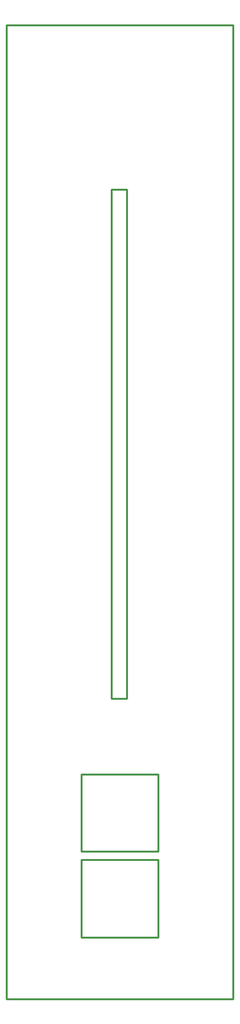
<source format=gko>
G04 Layer: BoardOutlineLayer*
G04 EasyEDA v6.5.29, 2023-07-16 15:11:24*
G04 63e7fe2a966c4c1a99b2cd883c34ad4b,5a6b42c53f6a479593ecc07194224c93,10*
G04 Gerber Generator version 0.2*
G04 Scale: 100 percent, Rotated: No, Reflected: No *
G04 Dimensions in millimeters *
G04 leading zeros omitted , absolute positions ,4 integer and 5 decimal *
%FSLAX45Y45*%
%MOMM*%

%ADD10C,0.2540*%
D10*
X0Y12839700D02*
G01*
X2997200Y12839700D01*
X2997200Y0D01*
X0Y0D01*
X0Y12839700D01*
X1384300Y10672190D02*
G01*
X1384300Y3962400D01*
X1384300Y3962400D02*
G01*
X1587500Y3962400D01*
X1587500Y3962400D02*
G01*
X1587500Y10672190D01*
X1587500Y10672190D02*
G01*
X1384300Y10672190D01*
X2006600Y812800D02*
G01*
X2006600Y1832800D01*
X2006600Y1832800D02*
G01*
X986599Y1832800D01*
X986599Y1832800D02*
G01*
X986599Y812800D01*
X986599Y812800D02*
G01*
X2006600Y812800D01*
X2006600Y1943100D02*
G01*
X2006600Y2963100D01*
X2006600Y2963100D02*
G01*
X986599Y2963100D01*
X986599Y2963100D02*
G01*
X986599Y1943100D01*
X986599Y1943100D02*
G01*
X2006600Y1943100D01*

%LPD*%
M02*

</source>
